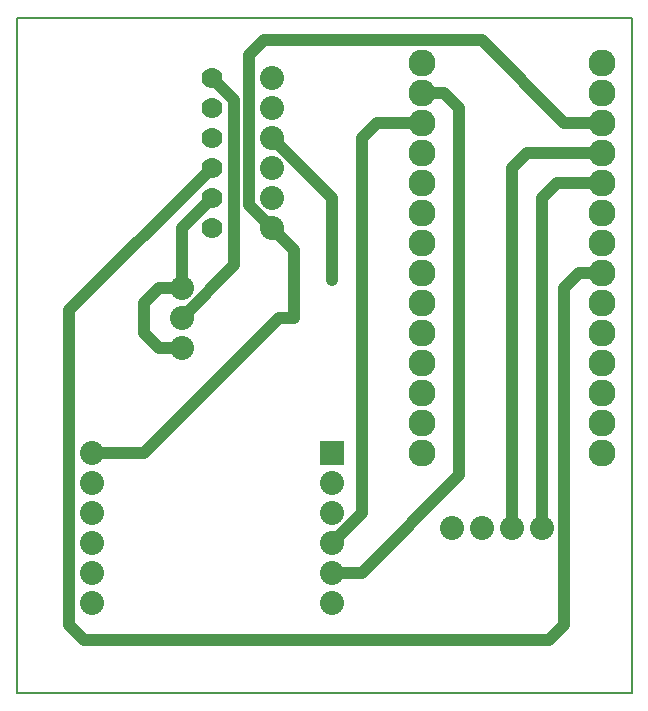
<source format=gbr>
G04 PROTEUS GERBER X2 FILE*
%TF.GenerationSoftware,Labcenter,Proteus,8.13-SP0-Build31525*%
%TF.CreationDate,2022-02-01T17:21:53+00:00*%
%TF.FileFunction,Copper,L2,Bot*%
%TF.FilePolarity,Positive*%
%TF.Part,Single*%
%TF.SameCoordinates,{1f8d9942-98d1-49a5-8421-286161f785e5}*%
%FSLAX45Y45*%
%MOMM*%
G01*
%TA.AperFunction,Conductor*%
%ADD10C,1.016000*%
%TA.AperFunction,ViaPad*%
%ADD11C,1.016000*%
%TA.AperFunction,ComponentPad*%
%ADD12C,2.032000*%
%TA.AperFunction,ComponentPad*%
%ADD14C,2.286000*%
%TA.AperFunction,ComponentPad*%
%ADD15R,2.032000X2.032000*%
%TA.AperFunction,ComponentPad*%
%ADD16C,1.778000*%
%TA.AperFunction,Profile*%
%ADD17C,0.203200*%
%TD.AperFunction*%
D10*
X-12319000Y+762000D02*
X-11874500Y+1206500D01*
X-11874500Y+2603500D01*
X-12065000Y+2794000D01*
X-11557000Y+1524000D02*
X-11747500Y+1714500D01*
X-11747500Y+2984500D01*
X-11620500Y+3111500D01*
X-9779000Y+3111500D01*
X-9080500Y+2413000D01*
X-8763000Y+2413000D01*
X-11620500Y+635000D02*
X-12636500Y-381000D01*
X-13081000Y-381000D01*
X-11557000Y+1524000D02*
X-11366500Y+1333500D01*
X-11366500Y+762000D01*
X-11620500Y+635000D02*
X-11493500Y+762000D01*
X-11366500Y+762000D01*
X-12319000Y+1016000D02*
X-12319000Y+1524000D01*
X-12065000Y+1778000D01*
X-12319000Y+508000D02*
X-12509500Y+508000D01*
X-12636500Y+635000D01*
X-12636500Y+889000D01*
X-12509500Y+1016000D01*
X-12319000Y+1016000D01*
X-10287000Y+2667000D02*
X-10096500Y+2667000D01*
X-9969500Y+2540000D01*
X-9969500Y-571500D01*
X-10795000Y-1397000D01*
X-11049000Y-1397000D01*
X-12065000Y+2032000D02*
X-13271500Y+825500D01*
X-13271500Y-1841500D01*
X-13144500Y-1968500D01*
X-9207500Y-1968500D01*
X-9080500Y-1841500D01*
X-9080500Y+1016000D01*
X-8953500Y+1143000D01*
X-8763000Y+1143000D01*
X-9271000Y-1016000D02*
X-9271000Y+1778000D01*
X-9144000Y+1905000D01*
X-8763000Y+1905000D01*
X-11557000Y+2286000D02*
X-11049000Y+1778000D01*
X-11049000Y+1079500D01*
X-9525000Y-1016000D02*
X-9525000Y+2032000D01*
X-9398000Y+2159000D01*
X-8763000Y+2159000D01*
X-10287000Y+2413000D02*
X-10668000Y+2413000D01*
X-10795000Y+2286000D01*
X-10795000Y-889000D01*
X-11049000Y-1143000D01*
D11*
X-11620500Y+635000D03*
X-11049000Y+1079500D03*
D12*
X-12319000Y+508000D03*
X-12319000Y+762000D03*
X-12319000Y+1016000D03*
D14*
X-10287000Y+2667000D03*
X-10287000Y+2413000D03*
X-10287000Y+2159000D03*
X-10287000Y+1905000D03*
X-10287000Y+1651000D03*
X-10287000Y+1397000D03*
X-10287000Y+1143000D03*
X-10287000Y+889000D03*
X-10287000Y+635000D03*
X-10287000Y+381000D03*
X-10287000Y+127000D03*
X-10287000Y-127000D03*
X-10287000Y-381000D03*
X-8763000Y-381000D03*
X-8763000Y-127000D03*
X-8763000Y+127000D03*
X-8763000Y+381000D03*
X-8763000Y+635000D03*
X-8763000Y+889000D03*
X-8763000Y+1143000D03*
X-8763000Y+1397000D03*
X-8763000Y+1651000D03*
X-8763000Y+1905000D03*
X-8763000Y+2159000D03*
X-8763000Y+2413000D03*
X-8763000Y+2667000D03*
X-8763000Y+2921000D03*
X-10287000Y+2921000D03*
D12*
X-11557000Y+1524000D03*
X-11557000Y+1778000D03*
X-11557000Y+2032000D03*
X-11557000Y+2286000D03*
X-11557000Y+2540000D03*
X-11557000Y+2794000D03*
X-10033000Y-1016000D03*
X-9779000Y-1016000D03*
X-9525000Y-1016000D03*
X-9271000Y-1016000D03*
D15*
X-11049000Y-381000D03*
D12*
X-11049000Y-635000D03*
X-11049000Y-889000D03*
X-11049000Y-1143000D03*
X-11049000Y-1397000D03*
X-11049000Y-1651000D03*
X-13081000Y-1651000D03*
X-13081000Y-1397000D03*
X-13081000Y-1143000D03*
X-13081000Y-889000D03*
X-13081000Y-635000D03*
X-13081000Y-381000D03*
D16*
X-12065000Y+1524000D03*
X-12065000Y+1778000D03*
X-12065000Y+2032000D03*
X-12065000Y+2286000D03*
X-12065000Y+2540000D03*
X-12065000Y+2794000D03*
D17*
X-13716000Y-2413000D02*
X-8509000Y-2413000D01*
X-8509000Y+3302000D01*
X-13716000Y+3302000D01*
X-13716000Y-2413000D01*
M02*

</source>
